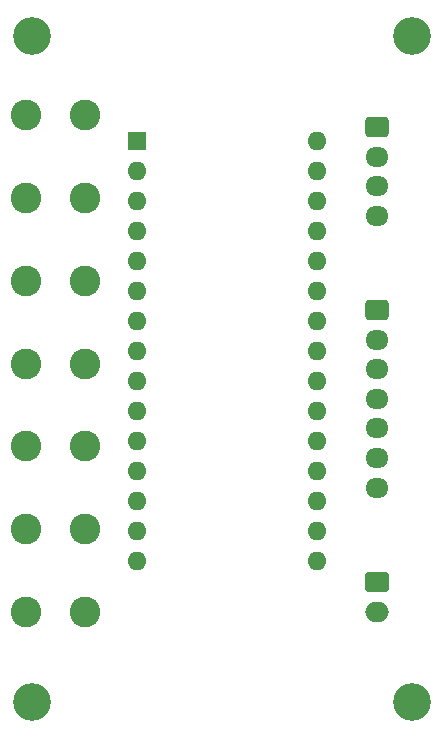
<source format=gbr>
%TF.GenerationSoftware,KiCad,Pcbnew,(6.0.5)*%
%TF.CreationDate,2022-06-02T23:03:52-07:00*%
%TF.ProjectId,arduino-autofire,61726475-696e-46f2-9d61-75746f666972,rev?*%
%TF.SameCoordinates,Original*%
%TF.FileFunction,Soldermask,Bot*%
%TF.FilePolarity,Negative*%
%FSLAX46Y46*%
G04 Gerber Fmt 4.6, Leading zero omitted, Abs format (unit mm)*
G04 Created by KiCad (PCBNEW (6.0.5)) date 2022-06-02 23:03:52*
%MOMM*%
%LPD*%
G01*
G04 APERTURE LIST*
G04 Aperture macros list*
%AMRoundRect*
0 Rectangle with rounded corners*
0 $1 Rounding radius*
0 $2 $3 $4 $5 $6 $7 $8 $9 X,Y pos of 4 corners*
0 Add a 4 corners polygon primitive as box body*
4,1,4,$2,$3,$4,$5,$6,$7,$8,$9,$2,$3,0*
0 Add four circle primitives for the rounded corners*
1,1,$1+$1,$2,$3*
1,1,$1+$1,$4,$5*
1,1,$1+$1,$6,$7*
1,1,$1+$1,$8,$9*
0 Add four rect primitives between the rounded corners*
20,1,$1+$1,$2,$3,$4,$5,0*
20,1,$1+$1,$4,$5,$6,$7,0*
20,1,$1+$1,$6,$7,$8,$9,0*
20,1,$1+$1,$8,$9,$2,$3,0*%
G04 Aperture macros list end*
%ADD10C,2.600000*%
%ADD11RoundRect,0.250000X-0.750000X0.600000X-0.750000X-0.600000X0.750000X-0.600000X0.750000X0.600000X0*%
%ADD12O,2.000000X1.700000*%
%ADD13RoundRect,0.250000X-0.725000X0.600000X-0.725000X-0.600000X0.725000X-0.600000X0.725000X0.600000X0*%
%ADD14O,1.950000X1.700000*%
%ADD15C,3.200000*%
%ADD16R,1.600000X1.600000*%
%ADD17O,1.600000X1.600000*%
G04 APERTURE END LIST*
D10*
%TO.C,BTN_GND1*%
X120000000Y-116000000D03*
X115000000Y-116000000D03*
%TD*%
D11*
%TO.C,J1*%
X144717500Y-113500000D03*
D12*
X144717500Y-116000000D03*
%TD*%
D13*
%TO.C,J2*%
X144717500Y-90500000D03*
D14*
X144717500Y-93000000D03*
X144717500Y-95500000D03*
X144717500Y-98000000D03*
X144717500Y-100500000D03*
X144717500Y-103000000D03*
X144717500Y-105500000D03*
%TD*%
D15*
%TO.C,H1*%
X115550000Y-67300000D03*
%TD*%
%TO.C,H4*%
X115550000Y-123700000D03*
%TD*%
%TO.C,H3*%
X147700000Y-123700000D03*
%TD*%
D10*
%TO.C,BUTTON_2*%
X115000000Y-81000000D03*
X120000000Y-81000000D03*
%TD*%
%TO.C,BUTTON_5*%
X120000000Y-102000000D03*
X115000000Y-102000000D03*
%TD*%
%TO.C,BUTTON_1*%
X120000000Y-74000000D03*
X115000000Y-74000000D03*
%TD*%
%TO.C,BUTTON_6*%
X120000000Y-109000000D03*
X115000000Y-109000000D03*
%TD*%
D16*
%TO.C,A1*%
X124390000Y-76200000D03*
D17*
X124390000Y-78740000D03*
X124390000Y-81280000D03*
X124390000Y-83820000D03*
X124390000Y-86360000D03*
X124390000Y-88900000D03*
X124390000Y-91440000D03*
X124390000Y-93980000D03*
X124390000Y-96520000D03*
X124390000Y-99060000D03*
X124390000Y-101600000D03*
X124390000Y-104140000D03*
X124390000Y-106680000D03*
X124390000Y-109220000D03*
X124390000Y-111760000D03*
X139630000Y-111760000D03*
X139630000Y-109220000D03*
X139630000Y-106680000D03*
X139630000Y-104140000D03*
X139630000Y-101600000D03*
X139630000Y-99060000D03*
X139630000Y-96520000D03*
X139630000Y-93980000D03*
X139630000Y-91440000D03*
X139630000Y-88900000D03*
X139630000Y-86360000D03*
X139630000Y-83820000D03*
X139630000Y-81280000D03*
X139630000Y-78740000D03*
X139630000Y-76200000D03*
%TD*%
D10*
%TO.C,BUTTON_4*%
X120000000Y-95000000D03*
X115000000Y-95000000D03*
%TD*%
D15*
%TO.C,H2*%
X147700000Y-67300000D03*
%TD*%
D10*
%TO.C,BUTTON_3*%
X115000000Y-88000000D03*
X120000000Y-88000000D03*
%TD*%
D13*
%TO.C,J3*%
X144750000Y-75000000D03*
D14*
X144750000Y-77500000D03*
X144750000Y-80000000D03*
X144750000Y-82500000D03*
%TD*%
M02*

</source>
